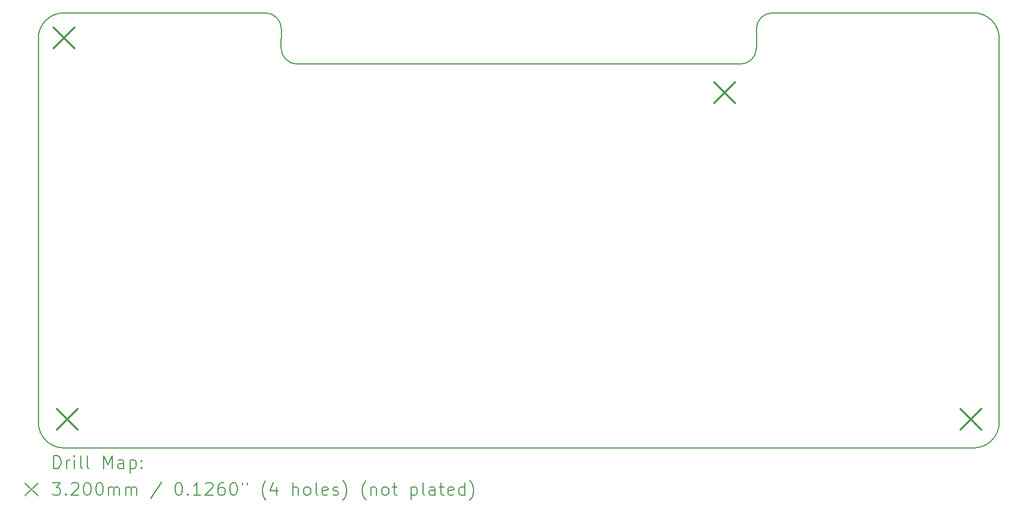
<source format=gbr>
%TF.GenerationSoftware,KiCad,Pcbnew,7.0.1-3b83917a11~172~ubuntu22.04.1*%
%TF.CreationDate,2023-04-06T23:02:42-06:00*%
%TF.ProjectId,controller,636f6e74-726f-46c6-9c65-722e6b696361,rev?*%
%TF.SameCoordinates,Original*%
%TF.FileFunction,Drillmap*%
%TF.FilePolarity,Positive*%
%FSLAX45Y45*%
G04 Gerber Fmt 4.5, Leading zero omitted, Abs format (unit mm)*
G04 Created by KiCad (PCBNEW 7.0.1-3b83917a11~172~ubuntu22.04.1) date 2023-04-06 23:02:42*
%MOMM*%
%LPD*%
G01*
G04 APERTURE LIST*
%ADD10C,0.150000*%
%ADD11C,0.200000*%
%ADD12C,0.320000*%
G04 APERTURE END LIST*
D10*
X3040000Y-9360000D02*
X3040000Y-15360000D01*
X3440000Y-15760000D02*
X17640000Y-15760000D01*
X18040000Y-15360000D02*
X18040000Y-9360000D01*
X14250000Y-9210000D02*
X14250000Y-9510000D01*
X14500000Y-8960000D02*
G75*
G03*
X14250000Y-9210000I0J-250000D01*
G01*
X6833220Y-9210000D02*
G75*
G03*
X6583223Y-8960000I-250000J0D01*
G01*
X6833223Y-9210000D02*
X6830000Y-9510000D01*
X14500000Y-8960000D02*
X17640000Y-8960000D01*
X3440000Y-8960000D02*
G75*
G03*
X3040000Y-9360000I0J-400000D01*
G01*
X14000000Y-9760000D02*
G75*
G03*
X14250000Y-9510000I0J250000D01*
G01*
X17640000Y-15760000D02*
G75*
G03*
X18040000Y-15360000I0J400000D01*
G01*
X6830000Y-9510000D02*
G75*
G03*
X7080000Y-9760000I250000J0D01*
G01*
X3040000Y-15360000D02*
G75*
G03*
X3440000Y-15760000I400000J0D01*
G01*
X18040000Y-9360000D02*
G75*
G03*
X17640000Y-8960000I-400000J0D01*
G01*
X14000000Y-9760000D02*
X7080000Y-9760000D01*
X3440000Y-8960000D02*
X6583223Y-8960000D01*
D11*
D12*
X3280000Y-9190000D02*
X3600000Y-9510000D01*
X3600000Y-9190000D02*
X3280000Y-9510000D01*
X3330000Y-15150000D02*
X3650000Y-15470000D01*
X3650000Y-15150000D02*
X3330000Y-15470000D01*
X13590000Y-10050000D02*
X13910000Y-10370000D01*
X13910000Y-10050000D02*
X13590000Y-10370000D01*
X17440000Y-15150000D02*
X17760000Y-15470000D01*
X17760000Y-15150000D02*
X17440000Y-15470000D01*
D11*
X3280119Y-16080024D02*
X3280119Y-15880024D01*
X3280119Y-15880024D02*
X3327738Y-15880024D01*
X3327738Y-15880024D02*
X3356309Y-15889548D01*
X3356309Y-15889548D02*
X3375357Y-15908595D01*
X3375357Y-15908595D02*
X3384881Y-15927643D01*
X3384881Y-15927643D02*
X3394405Y-15965738D01*
X3394405Y-15965738D02*
X3394405Y-15994309D01*
X3394405Y-15994309D02*
X3384881Y-16032405D01*
X3384881Y-16032405D02*
X3375357Y-16051452D01*
X3375357Y-16051452D02*
X3356309Y-16070500D01*
X3356309Y-16070500D02*
X3327738Y-16080024D01*
X3327738Y-16080024D02*
X3280119Y-16080024D01*
X3480119Y-16080024D02*
X3480119Y-15946690D01*
X3480119Y-15984786D02*
X3489643Y-15965738D01*
X3489643Y-15965738D02*
X3499167Y-15956214D01*
X3499167Y-15956214D02*
X3518214Y-15946690D01*
X3518214Y-15946690D02*
X3537262Y-15946690D01*
X3603928Y-16080024D02*
X3603928Y-15946690D01*
X3603928Y-15880024D02*
X3594405Y-15889548D01*
X3594405Y-15889548D02*
X3603928Y-15899071D01*
X3603928Y-15899071D02*
X3613452Y-15889548D01*
X3613452Y-15889548D02*
X3603928Y-15880024D01*
X3603928Y-15880024D02*
X3603928Y-15899071D01*
X3727738Y-16080024D02*
X3708690Y-16070500D01*
X3708690Y-16070500D02*
X3699167Y-16051452D01*
X3699167Y-16051452D02*
X3699167Y-15880024D01*
X3832500Y-16080024D02*
X3813452Y-16070500D01*
X3813452Y-16070500D02*
X3803928Y-16051452D01*
X3803928Y-16051452D02*
X3803928Y-15880024D01*
X4061071Y-16080024D02*
X4061071Y-15880024D01*
X4061071Y-15880024D02*
X4127738Y-16022881D01*
X4127738Y-16022881D02*
X4194405Y-15880024D01*
X4194405Y-15880024D02*
X4194405Y-16080024D01*
X4375357Y-16080024D02*
X4375357Y-15975262D01*
X4375357Y-15975262D02*
X4365833Y-15956214D01*
X4365833Y-15956214D02*
X4346786Y-15946690D01*
X4346786Y-15946690D02*
X4308690Y-15946690D01*
X4308690Y-15946690D02*
X4289643Y-15956214D01*
X4375357Y-16070500D02*
X4356310Y-16080024D01*
X4356310Y-16080024D02*
X4308690Y-16080024D01*
X4308690Y-16080024D02*
X4289643Y-16070500D01*
X4289643Y-16070500D02*
X4280119Y-16051452D01*
X4280119Y-16051452D02*
X4280119Y-16032405D01*
X4280119Y-16032405D02*
X4289643Y-16013357D01*
X4289643Y-16013357D02*
X4308690Y-16003833D01*
X4308690Y-16003833D02*
X4356310Y-16003833D01*
X4356310Y-16003833D02*
X4375357Y-15994309D01*
X4470595Y-15946690D02*
X4470595Y-16146690D01*
X4470595Y-15956214D02*
X4489643Y-15946690D01*
X4489643Y-15946690D02*
X4527738Y-15946690D01*
X4527738Y-15946690D02*
X4546786Y-15956214D01*
X4546786Y-15956214D02*
X4556310Y-15965738D01*
X4556310Y-15965738D02*
X4565833Y-15984786D01*
X4565833Y-15984786D02*
X4565833Y-16041928D01*
X4565833Y-16041928D02*
X4556310Y-16060976D01*
X4556310Y-16060976D02*
X4546786Y-16070500D01*
X4546786Y-16070500D02*
X4527738Y-16080024D01*
X4527738Y-16080024D02*
X4489643Y-16080024D01*
X4489643Y-16080024D02*
X4470595Y-16070500D01*
X4651548Y-16060976D02*
X4661071Y-16070500D01*
X4661071Y-16070500D02*
X4651548Y-16080024D01*
X4651548Y-16080024D02*
X4642024Y-16070500D01*
X4642024Y-16070500D02*
X4651548Y-16060976D01*
X4651548Y-16060976D02*
X4651548Y-16080024D01*
X4651548Y-15956214D02*
X4661071Y-15965738D01*
X4661071Y-15965738D02*
X4651548Y-15975262D01*
X4651548Y-15975262D02*
X4642024Y-15965738D01*
X4642024Y-15965738D02*
X4651548Y-15956214D01*
X4651548Y-15956214D02*
X4651548Y-15975262D01*
X2832500Y-16307500D02*
X3032500Y-16507500D01*
X3032500Y-16307500D02*
X2832500Y-16507500D01*
X3261071Y-16300024D02*
X3384881Y-16300024D01*
X3384881Y-16300024D02*
X3318214Y-16376214D01*
X3318214Y-16376214D02*
X3346786Y-16376214D01*
X3346786Y-16376214D02*
X3365833Y-16385738D01*
X3365833Y-16385738D02*
X3375357Y-16395262D01*
X3375357Y-16395262D02*
X3384881Y-16414309D01*
X3384881Y-16414309D02*
X3384881Y-16461928D01*
X3384881Y-16461928D02*
X3375357Y-16480976D01*
X3375357Y-16480976D02*
X3365833Y-16490500D01*
X3365833Y-16490500D02*
X3346786Y-16500024D01*
X3346786Y-16500024D02*
X3289643Y-16500024D01*
X3289643Y-16500024D02*
X3270595Y-16490500D01*
X3270595Y-16490500D02*
X3261071Y-16480976D01*
X3470595Y-16480976D02*
X3480119Y-16490500D01*
X3480119Y-16490500D02*
X3470595Y-16500024D01*
X3470595Y-16500024D02*
X3461071Y-16490500D01*
X3461071Y-16490500D02*
X3470595Y-16480976D01*
X3470595Y-16480976D02*
X3470595Y-16500024D01*
X3556309Y-16319071D02*
X3565833Y-16309548D01*
X3565833Y-16309548D02*
X3584881Y-16300024D01*
X3584881Y-16300024D02*
X3632500Y-16300024D01*
X3632500Y-16300024D02*
X3651548Y-16309548D01*
X3651548Y-16309548D02*
X3661071Y-16319071D01*
X3661071Y-16319071D02*
X3670595Y-16338119D01*
X3670595Y-16338119D02*
X3670595Y-16357167D01*
X3670595Y-16357167D02*
X3661071Y-16385738D01*
X3661071Y-16385738D02*
X3546786Y-16500024D01*
X3546786Y-16500024D02*
X3670595Y-16500024D01*
X3794405Y-16300024D02*
X3813452Y-16300024D01*
X3813452Y-16300024D02*
X3832500Y-16309548D01*
X3832500Y-16309548D02*
X3842024Y-16319071D01*
X3842024Y-16319071D02*
X3851548Y-16338119D01*
X3851548Y-16338119D02*
X3861071Y-16376214D01*
X3861071Y-16376214D02*
X3861071Y-16423833D01*
X3861071Y-16423833D02*
X3851548Y-16461928D01*
X3851548Y-16461928D02*
X3842024Y-16480976D01*
X3842024Y-16480976D02*
X3832500Y-16490500D01*
X3832500Y-16490500D02*
X3813452Y-16500024D01*
X3813452Y-16500024D02*
X3794405Y-16500024D01*
X3794405Y-16500024D02*
X3775357Y-16490500D01*
X3775357Y-16490500D02*
X3765833Y-16480976D01*
X3765833Y-16480976D02*
X3756309Y-16461928D01*
X3756309Y-16461928D02*
X3746786Y-16423833D01*
X3746786Y-16423833D02*
X3746786Y-16376214D01*
X3746786Y-16376214D02*
X3756309Y-16338119D01*
X3756309Y-16338119D02*
X3765833Y-16319071D01*
X3765833Y-16319071D02*
X3775357Y-16309548D01*
X3775357Y-16309548D02*
X3794405Y-16300024D01*
X3984881Y-16300024D02*
X4003929Y-16300024D01*
X4003929Y-16300024D02*
X4022976Y-16309548D01*
X4022976Y-16309548D02*
X4032500Y-16319071D01*
X4032500Y-16319071D02*
X4042024Y-16338119D01*
X4042024Y-16338119D02*
X4051548Y-16376214D01*
X4051548Y-16376214D02*
X4051548Y-16423833D01*
X4051548Y-16423833D02*
X4042024Y-16461928D01*
X4042024Y-16461928D02*
X4032500Y-16480976D01*
X4032500Y-16480976D02*
X4022976Y-16490500D01*
X4022976Y-16490500D02*
X4003929Y-16500024D01*
X4003929Y-16500024D02*
X3984881Y-16500024D01*
X3984881Y-16500024D02*
X3965833Y-16490500D01*
X3965833Y-16490500D02*
X3956309Y-16480976D01*
X3956309Y-16480976D02*
X3946786Y-16461928D01*
X3946786Y-16461928D02*
X3937262Y-16423833D01*
X3937262Y-16423833D02*
X3937262Y-16376214D01*
X3937262Y-16376214D02*
X3946786Y-16338119D01*
X3946786Y-16338119D02*
X3956309Y-16319071D01*
X3956309Y-16319071D02*
X3965833Y-16309548D01*
X3965833Y-16309548D02*
X3984881Y-16300024D01*
X4137262Y-16500024D02*
X4137262Y-16366690D01*
X4137262Y-16385738D02*
X4146786Y-16376214D01*
X4146786Y-16376214D02*
X4165833Y-16366690D01*
X4165833Y-16366690D02*
X4194405Y-16366690D01*
X4194405Y-16366690D02*
X4213452Y-16376214D01*
X4213452Y-16376214D02*
X4222976Y-16395262D01*
X4222976Y-16395262D02*
X4222976Y-16500024D01*
X4222976Y-16395262D02*
X4232500Y-16376214D01*
X4232500Y-16376214D02*
X4251548Y-16366690D01*
X4251548Y-16366690D02*
X4280119Y-16366690D01*
X4280119Y-16366690D02*
X4299167Y-16376214D01*
X4299167Y-16376214D02*
X4308691Y-16395262D01*
X4308691Y-16395262D02*
X4308691Y-16500024D01*
X4403929Y-16500024D02*
X4403929Y-16366690D01*
X4403929Y-16385738D02*
X4413452Y-16376214D01*
X4413452Y-16376214D02*
X4432500Y-16366690D01*
X4432500Y-16366690D02*
X4461072Y-16366690D01*
X4461072Y-16366690D02*
X4480119Y-16376214D01*
X4480119Y-16376214D02*
X4489643Y-16395262D01*
X4489643Y-16395262D02*
X4489643Y-16500024D01*
X4489643Y-16395262D02*
X4499167Y-16376214D01*
X4499167Y-16376214D02*
X4518214Y-16366690D01*
X4518214Y-16366690D02*
X4546786Y-16366690D01*
X4546786Y-16366690D02*
X4565833Y-16376214D01*
X4565833Y-16376214D02*
X4575357Y-16395262D01*
X4575357Y-16395262D02*
X4575357Y-16500024D01*
X4965833Y-16290500D02*
X4794405Y-16547643D01*
X5222976Y-16300024D02*
X5242024Y-16300024D01*
X5242024Y-16300024D02*
X5261072Y-16309548D01*
X5261072Y-16309548D02*
X5270595Y-16319071D01*
X5270595Y-16319071D02*
X5280119Y-16338119D01*
X5280119Y-16338119D02*
X5289643Y-16376214D01*
X5289643Y-16376214D02*
X5289643Y-16423833D01*
X5289643Y-16423833D02*
X5280119Y-16461928D01*
X5280119Y-16461928D02*
X5270595Y-16480976D01*
X5270595Y-16480976D02*
X5261072Y-16490500D01*
X5261072Y-16490500D02*
X5242024Y-16500024D01*
X5242024Y-16500024D02*
X5222976Y-16500024D01*
X5222976Y-16500024D02*
X5203929Y-16490500D01*
X5203929Y-16490500D02*
X5194405Y-16480976D01*
X5194405Y-16480976D02*
X5184881Y-16461928D01*
X5184881Y-16461928D02*
X5175357Y-16423833D01*
X5175357Y-16423833D02*
X5175357Y-16376214D01*
X5175357Y-16376214D02*
X5184881Y-16338119D01*
X5184881Y-16338119D02*
X5194405Y-16319071D01*
X5194405Y-16319071D02*
X5203929Y-16309548D01*
X5203929Y-16309548D02*
X5222976Y-16300024D01*
X5375357Y-16480976D02*
X5384881Y-16490500D01*
X5384881Y-16490500D02*
X5375357Y-16500024D01*
X5375357Y-16500024D02*
X5365834Y-16490500D01*
X5365834Y-16490500D02*
X5375357Y-16480976D01*
X5375357Y-16480976D02*
X5375357Y-16500024D01*
X5575357Y-16500024D02*
X5461072Y-16500024D01*
X5518214Y-16500024D02*
X5518214Y-16300024D01*
X5518214Y-16300024D02*
X5499167Y-16328595D01*
X5499167Y-16328595D02*
X5480119Y-16347643D01*
X5480119Y-16347643D02*
X5461072Y-16357167D01*
X5651548Y-16319071D02*
X5661072Y-16309548D01*
X5661072Y-16309548D02*
X5680119Y-16300024D01*
X5680119Y-16300024D02*
X5727738Y-16300024D01*
X5727738Y-16300024D02*
X5746786Y-16309548D01*
X5746786Y-16309548D02*
X5756310Y-16319071D01*
X5756310Y-16319071D02*
X5765833Y-16338119D01*
X5765833Y-16338119D02*
X5765833Y-16357167D01*
X5765833Y-16357167D02*
X5756310Y-16385738D01*
X5756310Y-16385738D02*
X5642024Y-16500024D01*
X5642024Y-16500024D02*
X5765833Y-16500024D01*
X5937262Y-16300024D02*
X5899167Y-16300024D01*
X5899167Y-16300024D02*
X5880119Y-16309548D01*
X5880119Y-16309548D02*
X5870595Y-16319071D01*
X5870595Y-16319071D02*
X5851548Y-16347643D01*
X5851548Y-16347643D02*
X5842024Y-16385738D01*
X5842024Y-16385738D02*
X5842024Y-16461928D01*
X5842024Y-16461928D02*
X5851548Y-16480976D01*
X5851548Y-16480976D02*
X5861072Y-16490500D01*
X5861072Y-16490500D02*
X5880119Y-16500024D01*
X5880119Y-16500024D02*
X5918214Y-16500024D01*
X5918214Y-16500024D02*
X5937262Y-16490500D01*
X5937262Y-16490500D02*
X5946786Y-16480976D01*
X5946786Y-16480976D02*
X5956310Y-16461928D01*
X5956310Y-16461928D02*
X5956310Y-16414309D01*
X5956310Y-16414309D02*
X5946786Y-16395262D01*
X5946786Y-16395262D02*
X5937262Y-16385738D01*
X5937262Y-16385738D02*
X5918214Y-16376214D01*
X5918214Y-16376214D02*
X5880119Y-16376214D01*
X5880119Y-16376214D02*
X5861072Y-16385738D01*
X5861072Y-16385738D02*
X5851548Y-16395262D01*
X5851548Y-16395262D02*
X5842024Y-16414309D01*
X6080119Y-16300024D02*
X6099167Y-16300024D01*
X6099167Y-16300024D02*
X6118214Y-16309548D01*
X6118214Y-16309548D02*
X6127738Y-16319071D01*
X6127738Y-16319071D02*
X6137262Y-16338119D01*
X6137262Y-16338119D02*
X6146786Y-16376214D01*
X6146786Y-16376214D02*
X6146786Y-16423833D01*
X6146786Y-16423833D02*
X6137262Y-16461928D01*
X6137262Y-16461928D02*
X6127738Y-16480976D01*
X6127738Y-16480976D02*
X6118214Y-16490500D01*
X6118214Y-16490500D02*
X6099167Y-16500024D01*
X6099167Y-16500024D02*
X6080119Y-16500024D01*
X6080119Y-16500024D02*
X6061072Y-16490500D01*
X6061072Y-16490500D02*
X6051548Y-16480976D01*
X6051548Y-16480976D02*
X6042024Y-16461928D01*
X6042024Y-16461928D02*
X6032500Y-16423833D01*
X6032500Y-16423833D02*
X6032500Y-16376214D01*
X6032500Y-16376214D02*
X6042024Y-16338119D01*
X6042024Y-16338119D02*
X6051548Y-16319071D01*
X6051548Y-16319071D02*
X6061072Y-16309548D01*
X6061072Y-16309548D02*
X6080119Y-16300024D01*
X6222976Y-16300024D02*
X6222976Y-16338119D01*
X6299167Y-16300024D02*
X6299167Y-16338119D01*
X6594405Y-16576214D02*
X6584881Y-16566690D01*
X6584881Y-16566690D02*
X6565834Y-16538119D01*
X6565834Y-16538119D02*
X6556310Y-16519071D01*
X6556310Y-16519071D02*
X6546786Y-16490500D01*
X6546786Y-16490500D02*
X6537262Y-16442881D01*
X6537262Y-16442881D02*
X6537262Y-16404786D01*
X6537262Y-16404786D02*
X6546786Y-16357167D01*
X6546786Y-16357167D02*
X6556310Y-16328595D01*
X6556310Y-16328595D02*
X6565834Y-16309548D01*
X6565834Y-16309548D02*
X6584881Y-16280976D01*
X6584881Y-16280976D02*
X6594405Y-16271452D01*
X6756310Y-16366690D02*
X6756310Y-16500024D01*
X6708691Y-16290500D02*
X6661072Y-16433357D01*
X6661072Y-16433357D02*
X6784881Y-16433357D01*
X7013453Y-16500024D02*
X7013453Y-16300024D01*
X7099167Y-16500024D02*
X7099167Y-16395262D01*
X7099167Y-16395262D02*
X7089643Y-16376214D01*
X7089643Y-16376214D02*
X7070596Y-16366690D01*
X7070596Y-16366690D02*
X7042024Y-16366690D01*
X7042024Y-16366690D02*
X7022976Y-16376214D01*
X7022976Y-16376214D02*
X7013453Y-16385738D01*
X7222976Y-16500024D02*
X7203929Y-16490500D01*
X7203929Y-16490500D02*
X7194405Y-16480976D01*
X7194405Y-16480976D02*
X7184881Y-16461928D01*
X7184881Y-16461928D02*
X7184881Y-16404786D01*
X7184881Y-16404786D02*
X7194405Y-16385738D01*
X7194405Y-16385738D02*
X7203929Y-16376214D01*
X7203929Y-16376214D02*
X7222976Y-16366690D01*
X7222976Y-16366690D02*
X7251548Y-16366690D01*
X7251548Y-16366690D02*
X7270596Y-16376214D01*
X7270596Y-16376214D02*
X7280119Y-16385738D01*
X7280119Y-16385738D02*
X7289643Y-16404786D01*
X7289643Y-16404786D02*
X7289643Y-16461928D01*
X7289643Y-16461928D02*
X7280119Y-16480976D01*
X7280119Y-16480976D02*
X7270596Y-16490500D01*
X7270596Y-16490500D02*
X7251548Y-16500024D01*
X7251548Y-16500024D02*
X7222976Y-16500024D01*
X7403929Y-16500024D02*
X7384881Y-16490500D01*
X7384881Y-16490500D02*
X7375357Y-16471452D01*
X7375357Y-16471452D02*
X7375357Y-16300024D01*
X7556310Y-16490500D02*
X7537262Y-16500024D01*
X7537262Y-16500024D02*
X7499167Y-16500024D01*
X7499167Y-16500024D02*
X7480119Y-16490500D01*
X7480119Y-16490500D02*
X7470596Y-16471452D01*
X7470596Y-16471452D02*
X7470596Y-16395262D01*
X7470596Y-16395262D02*
X7480119Y-16376214D01*
X7480119Y-16376214D02*
X7499167Y-16366690D01*
X7499167Y-16366690D02*
X7537262Y-16366690D01*
X7537262Y-16366690D02*
X7556310Y-16376214D01*
X7556310Y-16376214D02*
X7565834Y-16395262D01*
X7565834Y-16395262D02*
X7565834Y-16414309D01*
X7565834Y-16414309D02*
X7470596Y-16433357D01*
X7642024Y-16490500D02*
X7661072Y-16500024D01*
X7661072Y-16500024D02*
X7699167Y-16500024D01*
X7699167Y-16500024D02*
X7718215Y-16490500D01*
X7718215Y-16490500D02*
X7727738Y-16471452D01*
X7727738Y-16471452D02*
X7727738Y-16461928D01*
X7727738Y-16461928D02*
X7718215Y-16442881D01*
X7718215Y-16442881D02*
X7699167Y-16433357D01*
X7699167Y-16433357D02*
X7670596Y-16433357D01*
X7670596Y-16433357D02*
X7651548Y-16423833D01*
X7651548Y-16423833D02*
X7642024Y-16404786D01*
X7642024Y-16404786D02*
X7642024Y-16395262D01*
X7642024Y-16395262D02*
X7651548Y-16376214D01*
X7651548Y-16376214D02*
X7670596Y-16366690D01*
X7670596Y-16366690D02*
X7699167Y-16366690D01*
X7699167Y-16366690D02*
X7718215Y-16376214D01*
X7794405Y-16576214D02*
X7803929Y-16566690D01*
X7803929Y-16566690D02*
X7822977Y-16538119D01*
X7822977Y-16538119D02*
X7832500Y-16519071D01*
X7832500Y-16519071D02*
X7842024Y-16490500D01*
X7842024Y-16490500D02*
X7851548Y-16442881D01*
X7851548Y-16442881D02*
X7851548Y-16404786D01*
X7851548Y-16404786D02*
X7842024Y-16357167D01*
X7842024Y-16357167D02*
X7832500Y-16328595D01*
X7832500Y-16328595D02*
X7822977Y-16309548D01*
X7822977Y-16309548D02*
X7803929Y-16280976D01*
X7803929Y-16280976D02*
X7794405Y-16271452D01*
X8156310Y-16576214D02*
X8146786Y-16566690D01*
X8146786Y-16566690D02*
X8127738Y-16538119D01*
X8127738Y-16538119D02*
X8118215Y-16519071D01*
X8118215Y-16519071D02*
X8108691Y-16490500D01*
X8108691Y-16490500D02*
X8099167Y-16442881D01*
X8099167Y-16442881D02*
X8099167Y-16404786D01*
X8099167Y-16404786D02*
X8108691Y-16357167D01*
X8108691Y-16357167D02*
X8118215Y-16328595D01*
X8118215Y-16328595D02*
X8127738Y-16309548D01*
X8127738Y-16309548D02*
X8146786Y-16280976D01*
X8146786Y-16280976D02*
X8156310Y-16271452D01*
X8232500Y-16366690D02*
X8232500Y-16500024D01*
X8232500Y-16385738D02*
X8242024Y-16376214D01*
X8242024Y-16376214D02*
X8261072Y-16366690D01*
X8261072Y-16366690D02*
X8289643Y-16366690D01*
X8289643Y-16366690D02*
X8308691Y-16376214D01*
X8308691Y-16376214D02*
X8318215Y-16395262D01*
X8318215Y-16395262D02*
X8318215Y-16500024D01*
X8442024Y-16500024D02*
X8422977Y-16490500D01*
X8422977Y-16490500D02*
X8413453Y-16480976D01*
X8413453Y-16480976D02*
X8403929Y-16461928D01*
X8403929Y-16461928D02*
X8403929Y-16404786D01*
X8403929Y-16404786D02*
X8413453Y-16385738D01*
X8413453Y-16385738D02*
X8422977Y-16376214D01*
X8422977Y-16376214D02*
X8442024Y-16366690D01*
X8442024Y-16366690D02*
X8470596Y-16366690D01*
X8470596Y-16366690D02*
X8489643Y-16376214D01*
X8489643Y-16376214D02*
X8499167Y-16385738D01*
X8499167Y-16385738D02*
X8508691Y-16404786D01*
X8508691Y-16404786D02*
X8508691Y-16461928D01*
X8508691Y-16461928D02*
X8499167Y-16480976D01*
X8499167Y-16480976D02*
X8489643Y-16490500D01*
X8489643Y-16490500D02*
X8470596Y-16500024D01*
X8470596Y-16500024D02*
X8442024Y-16500024D01*
X8565834Y-16366690D02*
X8642024Y-16366690D01*
X8594405Y-16300024D02*
X8594405Y-16471452D01*
X8594405Y-16471452D02*
X8603929Y-16490500D01*
X8603929Y-16490500D02*
X8622977Y-16500024D01*
X8622977Y-16500024D02*
X8642024Y-16500024D01*
X8861072Y-16366690D02*
X8861072Y-16566690D01*
X8861072Y-16376214D02*
X8880120Y-16366690D01*
X8880120Y-16366690D02*
X8918215Y-16366690D01*
X8918215Y-16366690D02*
X8937262Y-16376214D01*
X8937262Y-16376214D02*
X8946786Y-16385738D01*
X8946786Y-16385738D02*
X8956310Y-16404786D01*
X8956310Y-16404786D02*
X8956310Y-16461928D01*
X8956310Y-16461928D02*
X8946786Y-16480976D01*
X8946786Y-16480976D02*
X8937262Y-16490500D01*
X8937262Y-16490500D02*
X8918215Y-16500024D01*
X8918215Y-16500024D02*
X8880120Y-16500024D01*
X8880120Y-16500024D02*
X8861072Y-16490500D01*
X9070596Y-16500024D02*
X9051548Y-16490500D01*
X9051548Y-16490500D02*
X9042024Y-16471452D01*
X9042024Y-16471452D02*
X9042024Y-16300024D01*
X9232501Y-16500024D02*
X9232501Y-16395262D01*
X9232501Y-16395262D02*
X9222977Y-16376214D01*
X9222977Y-16376214D02*
X9203929Y-16366690D01*
X9203929Y-16366690D02*
X9165834Y-16366690D01*
X9165834Y-16366690D02*
X9146786Y-16376214D01*
X9232501Y-16490500D02*
X9213453Y-16500024D01*
X9213453Y-16500024D02*
X9165834Y-16500024D01*
X9165834Y-16500024D02*
X9146786Y-16490500D01*
X9146786Y-16490500D02*
X9137262Y-16471452D01*
X9137262Y-16471452D02*
X9137262Y-16452405D01*
X9137262Y-16452405D02*
X9146786Y-16433357D01*
X9146786Y-16433357D02*
X9165834Y-16423833D01*
X9165834Y-16423833D02*
X9213453Y-16423833D01*
X9213453Y-16423833D02*
X9232501Y-16414309D01*
X9299167Y-16366690D02*
X9375358Y-16366690D01*
X9327739Y-16300024D02*
X9327739Y-16471452D01*
X9327739Y-16471452D02*
X9337262Y-16490500D01*
X9337262Y-16490500D02*
X9356310Y-16500024D01*
X9356310Y-16500024D02*
X9375358Y-16500024D01*
X9518215Y-16490500D02*
X9499167Y-16500024D01*
X9499167Y-16500024D02*
X9461072Y-16500024D01*
X9461072Y-16500024D02*
X9442024Y-16490500D01*
X9442024Y-16490500D02*
X9432501Y-16471452D01*
X9432501Y-16471452D02*
X9432501Y-16395262D01*
X9432501Y-16395262D02*
X9442024Y-16376214D01*
X9442024Y-16376214D02*
X9461072Y-16366690D01*
X9461072Y-16366690D02*
X9499167Y-16366690D01*
X9499167Y-16366690D02*
X9518215Y-16376214D01*
X9518215Y-16376214D02*
X9527739Y-16395262D01*
X9527739Y-16395262D02*
X9527739Y-16414309D01*
X9527739Y-16414309D02*
X9432501Y-16433357D01*
X9699167Y-16500024D02*
X9699167Y-16300024D01*
X9699167Y-16490500D02*
X9680120Y-16500024D01*
X9680120Y-16500024D02*
X9642024Y-16500024D01*
X9642024Y-16500024D02*
X9622977Y-16490500D01*
X9622977Y-16490500D02*
X9613453Y-16480976D01*
X9613453Y-16480976D02*
X9603929Y-16461928D01*
X9603929Y-16461928D02*
X9603929Y-16404786D01*
X9603929Y-16404786D02*
X9613453Y-16385738D01*
X9613453Y-16385738D02*
X9622977Y-16376214D01*
X9622977Y-16376214D02*
X9642024Y-16366690D01*
X9642024Y-16366690D02*
X9680120Y-16366690D01*
X9680120Y-16366690D02*
X9699167Y-16376214D01*
X9775358Y-16576214D02*
X9784882Y-16566690D01*
X9784882Y-16566690D02*
X9803929Y-16538119D01*
X9803929Y-16538119D02*
X9813453Y-16519071D01*
X9813453Y-16519071D02*
X9822977Y-16490500D01*
X9822977Y-16490500D02*
X9832501Y-16442881D01*
X9832501Y-16442881D02*
X9832501Y-16404786D01*
X9832501Y-16404786D02*
X9822977Y-16357167D01*
X9822977Y-16357167D02*
X9813453Y-16328595D01*
X9813453Y-16328595D02*
X9803929Y-16309548D01*
X9803929Y-16309548D02*
X9784882Y-16280976D01*
X9784882Y-16280976D02*
X9775358Y-16271452D01*
M02*

</source>
